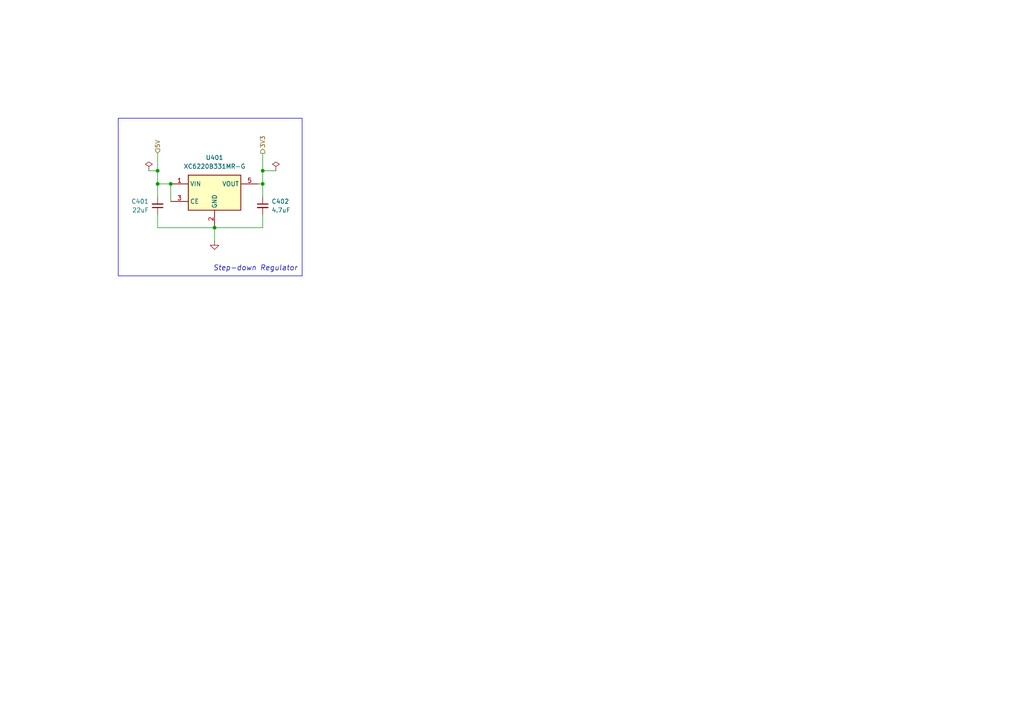
<source format=kicad_sch>
(kicad_sch (version 20230121) (generator eeschema)
  (paper "A4")
  (title_block (rev "A") (company "Joshua Butler, MD, MHI"))
  (lib_symbols
    (symbol "Device:C_Small" (pin_numbers hide) (pin_names (offset 0.254) hide)
      (property "Reference" "C" (at 0.254 1.778 0))
      (property "Value" "C_Small" (at 0.254 -2.032 0))
      (symbol "C_Small_0_1"
        (polyline (pts (xy -1.524 -0.508) (xy 1.524 -0.508)) (stroke (width 0.3302)))
        (polyline (pts (xy -1.524 0.508) (xy 1.524 0.508)) (stroke (width 0.3048)))
      )
      (symbol "C_Small_1_1"
        (pin passive line (at 0 2.54 270) (length 2.032) (name "~") (number "1"))
        (pin passive line (at 0 -2.54 90) (length 2.032) (name "~") (number "2"))
      )
    )
    (symbol "Regulator_Linear:XC6220B331MR"
      (property "Reference" "U" (at 0 8.89 0))
      (property "Value" "XC6220B331MR" (at 0 6.35 0))
      (symbol "XC6220B331MR_0_1"
        (rectangle (start -7.62 5.08) (end 7.62 -5.08) (stroke (width 0.254)) (fill (type background)))
      )
      (symbol "XC6220B331MR_1_1"
        (pin power_in line (at -12.7 2.54 0) (length 5.08) (name "VIN") (number "1"))
        (pin power_in line (at 0 -10.16 90) (length 5.08) (name "GND") (number "2"))
        (pin input line (at -12.7 -2.54 0) (length 5.08) (name "CE") (number "3"))
        (pin no_connect line (at 12.7 -2.54 180) (length 5.08) hide (name "NC") (number "4"))
        (pin power_out line (at 12.7 2.54 180) (length 5.08) (name "VOUT") (number "5"))
      )
    )
    (symbol "power:GND" (power) (pin_names (offset 0))
      (property "Value" "GND" (at 0 -3.81 0))
      (symbol "GND_0_1"
        (polyline (pts (xy 0 0) (xy 0 -1.27) (xy 1.27 -1.27) (xy 0 -2.54) (xy -1.27 -1.27) (xy 0 -1.27)))
      )
      (symbol "GND_1_1"
        (pin power_in line (at 0 0 270) (length 0) hide (name "GND") (number "1"))
      )
    )
    (symbol "power:PWR_FLAG" (power) (pin_numbers hide) (pin_names (offset 0) hide)
      (property "Value" "PWR_FLAG" (at 0 3.81 0))
      (symbol "PWR_FLAG_0_0"
        (pin power_out line (at 0 0 90) (length 0) (name "pwr") (number "1"))
      )
      (symbol "PWR_FLAG_0_1"
        (polyline (pts (xy 0 0) (xy 0 1.27) (xy -1.016 1.905) (xy 0 2.54) (xy 1.016 1.905) (xy 0 1.27)))
      )
    )
  )
  (junction (at 76.2 53.34))
  (junction (at 49.53 53.34))
  (junction (at 76.2 49.53))
  (junction (at 45.72 53.34))
  (junction (at 62.23 66.04))
  (junction (at 45.72 49.53))
  (wire (pts (xy 76.2 53.34) (xy 76.2 57.15)))
  (wire (pts (xy 45.72 66.04) (xy 62.23 66.04)))
  (wire (pts (xy 49.53 53.34) (xy 49.53 58.42)))
  (wire (pts (xy 62.23 69.85) (xy 62.23 66.04)))
  (wire (pts (xy 45.72 53.34) (xy 45.72 57.15)))
  (wire (pts (xy 45.72 62.23) (xy 45.72 66.04)))
  (wire (pts (xy 76.2 66.04) (xy 62.23 66.04)))
  (wire (pts (xy 43.18 49.53) (xy 45.72 49.53)))
  (wire (pts (xy 76.2 49.53) (xy 80.01 49.53)))
  (polyline (pts (xy 34.29 34.29) (xy 34.29 80.01)))
  (wire (pts (xy 45.72 49.53) (xy 45.72 53.34)))
  (wire (pts (xy 76.2 62.23) (xy 76.2 66.04)))
  (wire (pts (xy 45.72 44.45) (xy 45.72 49.53)))
  (wire (pts (xy 45.72 53.34) (xy 49.53 53.34)))
  (polyline (pts (xy 87.63 34.29) (xy 87.63 80.01)))
  (polyline (pts (xy 87.63 80.01) (xy 34.29 80.01)))
  (wire (pts (xy 74.93 53.34) (xy 76.2 53.34)))
  (wire (pts (xy 76.2 49.53) (xy 76.2 53.34)))
  (polyline (pts (xy 34.29 34.29) (xy 87.63 34.29)))
  (wire (pts (xy 76.2 44.45) (xy 76.2 49.53)))
  (text "Step-down Regulator" (at 86.36 78.74 0) (effects (font (size 1.5 1.5) italic) (justify right bottom)))
  (hierarchical_label "5V" (shape input) (at 45.72 44.45 90) (property "Intersheetrefs" "${INTERSHEET_REFS}" (effects hide)))
  (hierarchical_label "3V3" (shape output) (at 76.2 44.45 90) (property "Intersheetrefs" "${INTERSHEET_REFS}" (effects hide)))
  (symbol (lib_id "power:PWR_FLAG") (at 80.01 49.53 0) (unit 1)
    (property "Reference" "#FLG0402" (effects hide))
    (property "Value" "PWR_FLAG" (effects hide))
  )
  (symbol (lib_id "power:PWR_FLAG") (at 43.18 49.53 0) (unit 1)
    (property "Reference" "#FLG0401" (effects hide))
    (property "Value" "PWR_FLAG" (effects hide))
  )
  (symbol (lib_id "power:GND") (at 62.23 69.85 0) (unit 1)
    (property "Reference" "#PWR0401" (effects hide))
    (property "Value" "GND" (effects hide))
  )
  (symbol (lib_id "Regulator_Linear:XC6220B331MR") (at 62.23 55.88 0) (unit 1)
    (property "Reference" "U401" (at 62.23 45.72 0))
    (property "Value" "XC6220B331MR-G" (at 62.23 48.26 0))
    (property "Footprint" "Package_TO_SOT_SMD:SOT-23-5" (effects hide))
    (property "Datasheet" "https://datasheet.lcsc.com/lcsc/1810010324_Torex-Semicon-XC6220B331MR-G_C86534.pdf" (effects hide))
    (property "LCSC" "C86534" (effects hide))
  )
  (symbol (lib_id "Device:C_Small") (at 45.72 59.69 0) (mirror x) (unit 1)
    (property "Reference" "C401" (at 43.18 58.4135 0) (effects (justify right)))
    (property "Value" "22uF" (at 43.18 60.9535 0) (effects (justify right)))
    (property "Footprint" "Capacitor_SMD:C_0603_1608Metric" (effects hide))
    (property "LCSC" "C59461" (effects hide))
  )
  (symbol (lib_id "Device:C_Small") (at 76.2 59.69 0) (unit 1)
    (property "Reference" "C402" (at 78.74 58.4262 0) (effects (justify left)))
    (property "Value" "4.7uF" (at 78.74 60.9662 0) (effects (justify left)))
    (property "Footprint" "Capacitor_SMD:C_0603_1608Metric" (effects hide))
    (property "LCSC" "C19666" (effects hide))
  )
)
</source>
